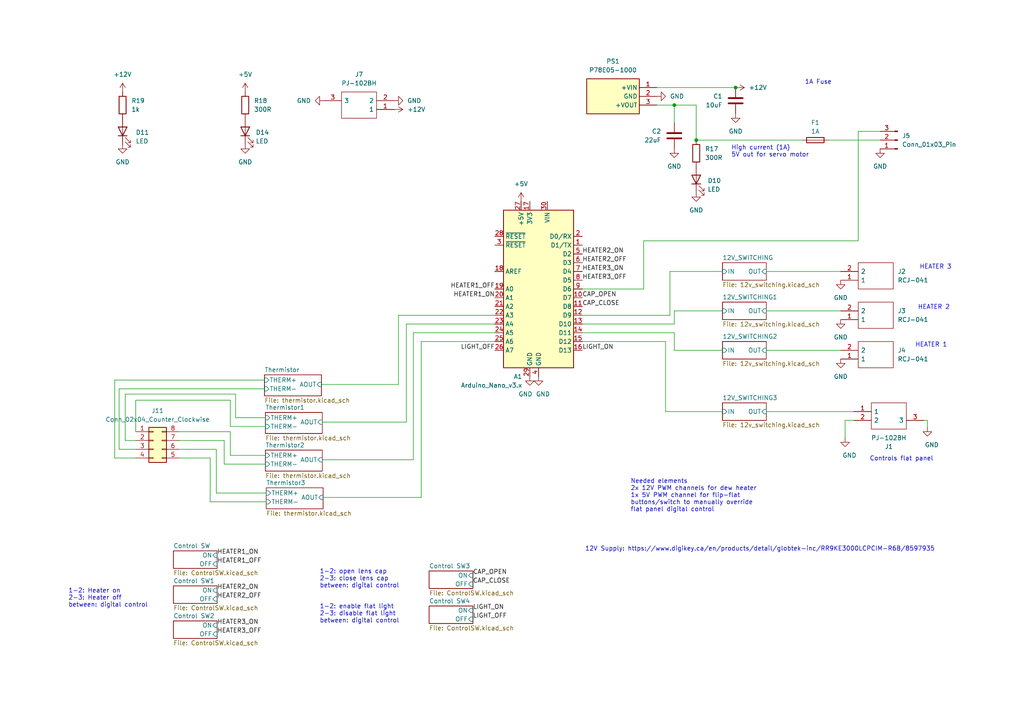
<source format=kicad_sch>
(kicad_sch (version 20230121) (generator eeschema)
  (paper "A4")
  (lib_symbols
    (symbol "Connector:Conn_01x03_Pin" (pin_names (offset 1.016) hide)
      (property "Reference" "J" (at 0 5.08 0))
      (property "Value" "Conn_01x03_Pin" (at 0 -5.08 0))
      (symbol "Conn_01x03_Pin_1_1"
        (polyline (pts (xy 1.27 -2.54) (xy 0.8636 -2.54)) (stroke (width 0.1524)))
        (polyline (pts (xy 1.27 0) (xy 0.8636 0)) (stroke (width 0.1524)))
        (polyline (pts (xy 1.27 2.54) (xy 0.8636 2.54)) (stroke (width 0.1524)))
        (rectangle (start 0.8636 -2.413) (end 0 -2.667) (stroke (width 0.1524)) (fill (type outline)))
        (rectangle (start 0.8636 0.127) (end 0 -0.127) (stroke (width 0.1524)) (fill (type outline)))
        (rectangle (start 0.8636 2.667) (end 0 2.413) (stroke (width 0.1524)) (fill (type outline)))
        (pin passive line (at 5.08 2.54 180) (length 3.81) (name "Pin_1") (number "1"))
        (pin passive line (at 5.08 0 180) (length 3.81) (name "Pin_2") (number "2"))
        (pin passive line (at 5.08 -2.54 180) (length 3.81) (name "Pin_3") (number "3"))
      )
    )
    (symbol "Connector_Generic:Conn_02x04_Counter_Clockwise" (pin_names (offset 1.016) hide)
      (property "Reference" "J" (at 1.27 5.08 0))
      (property "Value" "Conn_02x04_Counter_Clockwise" (at 1.27 -7.62 0))
      (symbol "Conn_02x04_Counter_Clockwise_1_1"
        (rectangle (start -1.27 -4.953) (end 0 -5.207) (stroke (width 0.1524)))
        (rectangle (start -1.27 -2.413) (end 0 -2.667) (stroke (width 0.1524)))
        (rectangle (start -1.27 0.127) (end 0 -0.127) (stroke (width 0.1524)))
        (rectangle (start -1.27 2.667) (end 0 2.413) (stroke (width 0.1524)))
        (rectangle (start -1.27 3.81) (end 3.81 -6.35) (stroke (width 0.254)) (fill (type background)))
        (rectangle (start 3.81 -4.953) (end 2.54 -5.207) (stroke (width 0.1524)))
        (rectangle (start 3.81 -2.413) (end 2.54 -2.667) (stroke (width 0.1524)))
        (rectangle (start 3.81 0.127) (end 2.54 -0.127) (stroke (width 0.1524)))
        (rectangle (start 3.81 2.667) (end 2.54 2.413) (stroke (width 0.1524)))
        (pin passive line (at -5.08 2.54 0) (length 3.81) (name "Pin_1") (number "1"))
        (pin passive line (at -5.08 0 0) (length 3.81) (name "Pin_2") (number "2"))
        (pin passive line (at -5.08 -2.54 0) (length 3.81) (name "Pin_3") (number "3"))
        (pin passive line (at -5.08 -5.08 0) (length 3.81) (name "Pin_4") (number "4"))
        (pin passive line (at 7.62 -5.08 180) (length 3.81) (name "Pin_5") (number "5"))
        (pin passive line (at 7.62 -2.54 180) (length 3.81) (name "Pin_6") (number "6"))
        (pin passive line (at 7.62 0 180) (length 3.81) (name "Pin_7") (number "7"))
        (pin passive line (at 7.62 2.54 180) (length 3.81) (name "Pin_8") (number "8"))
      )
    )
    (symbol "Device:C" (pin_numbers hide) (pin_names (offset 0.254))
      (property "Reference" "C" (at 0.635 2.54 0))
      (property "Value" "C" (at 0.635 -2.54 0))
      (symbol "C_0_1"
        (polyline (pts (xy -2.032 -0.762) (xy 2.032 -0.762)) (stroke (width 0.508)))
        (polyline (pts (xy -2.032 0.762) (xy 2.032 0.762)) (stroke (width 0.508)))
      )
      (symbol "C_1_1"
        (pin passive line (at 0 3.81 270) (length 2.794) (name "~") (number "1"))
        (pin passive line (at 0 -3.81 90) (length 2.794) (name "~") (number "2"))
      )
    )
    (symbol "Device:Fuse" (pin_numbers hide) (pin_names (offset 0))
      (property "Reference" "F" (at 2.032 0 90))
      (property "Value" "Fuse" (at -1.905 0 90))
      (symbol "Fuse_0_1"
        (rectangle (start -0.762 -2.54) (end 0.762 2.54) (stroke (width 0.254)))
        (polyline (pts (xy 0 2.54) (xy 0 -2.54)))
      )
      (symbol "Fuse_1_1"
        (pin passive line (at 0 3.81 270) (length 1.27) (name "~") (number "1"))
        (pin passive line (at 0 -3.81 90) (length 1.27) (name "~") (number "2"))
      )
    )
    (symbol "Device:LED" (pin_numbers hide) (pin_names (offset 1.016) hide)
      (property "Reference" "D" (at 0 2.54 0))
      (property "Value" "LED" (at 0 -2.54 0))
      (symbol "LED_0_1"
        (polyline (pts (xy -1.27 -1.27) (xy -1.27 1.27)) (stroke (width 0.254)))
        (polyline (pts (xy -1.27 0) (xy 1.27 0)))
        (polyline (pts (xy 1.27 -1.27) (xy 1.27 1.27) (xy -1.27 0) (xy 1.27 -1.27)) (stroke (width 0.254)))
        (polyline (pts (xy -3.048 -0.762) (xy -4.572 -2.286) (xy -3.81 -2.286) (xy -4.572 -2.286) (xy -4.572 -1.524)))
        (polyline (pts (xy -1.778 -0.762) (xy -3.302 -2.286) (xy -2.54 -2.286) (xy -3.302 -2.286) (xy -3.302 -1.524)))
      )
      (symbol "LED_1_1"
        (pin passive line (at -3.81 0 0) (length 2.54) (name "K") (number "1"))
        (pin passive line (at 3.81 0 180) (length 2.54) (name "A") (number "2"))
      )
    )
    (symbol "Device:R" (pin_numbers hide) (pin_names (offset 0))
      (property "Reference" "R" (at 2.032 0 90))
      (property "Value" "R" (at 0 0 90))
      (symbol "R_0_1"
        (rectangle (start -1.016 -2.54) (end 1.016 2.54) (stroke (width 0.254)))
      )
      (symbol "R_1_1"
        (pin passive line (at 0 3.81 270) (length 1.27) (name "~") (number "1"))
        (pin passive line (at 0 -3.81 90) (length 1.27) (name "~") (number "2"))
      )
    )
    (symbol "MCU_Module:Arduino_Nano_v3.x"
      (property "Reference" "A" (at -10.16 23.495 0))
      (property "Value" "Arduino_Nano_v3.x" (at 5.08 -24.13 0))
      (symbol "Arduino_Nano_v3.x_0_1"
        (rectangle (start -10.16 22.86) (end 10.16 -22.86) (stroke (width 0.254)) (fill (type background)))
      )
      (symbol "Arduino_Nano_v3.x_1_1"
        (pin bidirectional line (at -12.7 12.7 0) (length 2.54) (name "D1/TX") (number "1"))
        (pin bidirectional line (at -12.7 -2.54 0) (length 2.54) (name "D7") (number "10"))
        (pin bidirectional line (at -12.7 -5.08 0) (length 2.54) (name "D8") (number "11"))
        (pin bidirectional line (at -12.7 -7.62 0) (length 2.54) (name "D9") (number "12"))
        (pin bidirectional line (at -12.7 -10.16 0) (length 2.54) (name "D10") (number "13"))
        (pin bidirectional line (at -12.7 -12.7 0) (length 2.54) (name "D11") (number "14"))
        (pin bidirectional line (at -12.7 -15.24 0) (length 2.54) (name "D12") (number "15"))
        (pin bidirectional line (at -12.7 -17.78 0) (length 2.54) (name "D13") (number "16"))
        (pin power_out line (at 2.54 25.4 270) (length 2.54) (name "3V3") (number "17"))
        (pin input line (at 12.7 5.08 180) (length 2.54) (name "AREF") (number "18"))
        (pin bidirectional line (at 12.7 0 180) (length 2.54) (name "A0") (number "19"))
        (pin bidirectional line (at -12.7 15.24 0) (length 2.54) (name "D0/RX") (number "2"))
        (pin bidirectional line (at 12.7 -2.54 180) (length 2.54) (name "A1") (number "20"))
        (pin bidirectional line (at 12.7 -5.08 180) (length 2.54) (name "A2") (number "21"))
        (pin bidirectional line (at 12.7 -7.62 180) (length 2.54) (name "A3") (number "22"))
        (pin bidirectional line (at 12.7 -10.16 180) (length 2.54) (name "A4") (number "23"))
        (pin bidirectional line (at 12.7 -12.7 180) (length 2.54) (name "A5") (number "24"))
        (pin bidirectional line (at 12.7 -15.24 180) (length 2.54) (name "A6") (number "25"))
        (pin bidirectional line (at 12.7 -17.78 180) (length 2.54) (name "A7") (number "26"))
        (pin power_out line (at 5.08 25.4 270) (length 2.54) (name "+5V") (number "27"))
        (pin input line (at 12.7 15.24 180) (length 2.54) (name "~{RESET}") (number "28"))
        (pin power_in line (at 2.54 -25.4 90) (length 2.54) (name "GND") (number "29"))
        (pin input line (at 12.7 12.7 180) (length 2.54) (name "~{RESET}") (number "3"))
        (pin power_in line (at -2.54 25.4 270) (length 2.54) (name "VIN") (number "30"))
        (pin power_in line (at 0 -25.4 90) (length 2.54) (name "GND") (number "4"))
        (pin bidirectional line (at -12.7 10.16 0) (length 2.54) (name "D2") (number "5"))
        (pin bidirectional line (at -12.7 7.62 0) (length 2.54) (name "D3") (number "6"))
        (pin bidirectional line (at -12.7 5.08 0) (length 2.54) (name "D4") (number "7"))
        (pin bidirectional line (at -12.7 2.54 0) (length 2.54) (name "D5") (number "8"))
        (pin bidirectional line (at -12.7 0 0) (length 2.54) (name "D6") (number "9"))
      )
    )
    (symbol "P78E05-1000:P78E05-1000"
      (property "Reference" "PS" (at 21.59 7.62 0))
      (property "Value" "P78E05-1000" (at 21.59 5.08 0))
      (symbol "P78E05-1000_1_1"
        (rectangle (start 5.08 2.54) (end 20.32 -7.62) (stroke (width 0.254)) (fill (type background)))
        (pin passive line (at 0 0 0) (length 5.08) (name "+VIN") (number "1"))
        (pin passive line (at 0 -2.54 0) (length 5.08) (name "GND") (number "2"))
        (pin passive line (at 0 -5.08 0) (length 5.08) (name "+VOUT") (number "3"))
      )
    )
    (symbol "PJ-102BH:PJ-102BH" (pin_names (offset 0.762))
      (property "Reference" "J" (at 16.51 7.62 0))
      (property "Value" "PJ-102BH" (at 16.51 5.08 0))
      (symbol "PJ-102BH_0_0"
        (pin passive line (at 20.32 -2.54 180) (length 5.08) (name "1") (number "1"))
        (pin passive line (at 20.32 0 180) (length 5.08) (name "2") (number "2"))
        (pin passive line (at 0 0 0) (length 5.08) (name "3") (number "3"))
      )
      (symbol "PJ-102BH_0_1"
        (polyline (pts (xy 5.08 2.54) (xy 15.24 2.54) (xy 15.24 -5.08) (xy 5.08 -5.08) (xy 5.08 2.54)) (stroke (width 0.1524)))
      )
    )
    (symbol "RCJ-041:RCJ-041" (pin_names (offset 0.762))
      (property "Reference" "J" (at 16.51 7.62 0))
      (property "Value" "RCJ-041" (at 16.51 5.08 0))
      (symbol "RCJ-041_0_0"
        (pin passive line (at 0 -2.54 0) (length 5.08) (name "1") (number "1"))
        (pin passive line (at 0 0 0) (length 5.08) (name "2") (number "2"))
      )
      (symbol "RCJ-041_0_1"
        (polyline (pts (xy 5.08 2.54) (xy 15.24 2.54) (xy 15.24 -5.08) (xy 5.08 -5.08) (xy 5.08 2.54)) (stroke (width 0.1524)))
      )
    )
    (symbol "power:+12V" (power) (pin_names (offset 0))
      (property "Value" "+12V" (at 0 3.556 0))
      (symbol "+12V_0_1"
        (polyline (pts (xy -0.762 1.27) (xy 0 2.54)))
        (polyline (pts (xy 0 0) (xy 0 2.54)))
        (polyline (pts (xy 0 2.54) (xy 0.762 1.27)))
      )
      (symbol "+12V_1_1"
        (pin power_in line (at 0 0 90) (length 0) hide (name "+12V") (number "1"))
      )
    )
    (symbol "power:+5V" (power) (pin_names (offset 0))
      (property "Value" "+5V" (at 0 3.556 0))
      (symbol "+5V_0_1"
        (polyline (pts (xy -0.762 1.27) (xy 0 2.54)))
        (polyline (pts (xy 0 0) (xy 0 2.54)))
        (polyline (pts (xy 0 2.54) (xy 0.762 1.27)))
      )
      (symbol "+5V_1_1"
        (pin power_in line (at 0 0 90) (length 0) hide (name "+5V") (number "1"))
      )
    )
    (symbol "power:GND" (power) (pin_names (offset 0))
      (property "Value" "GND" (at 0 -3.81 0))
      (symbol "GND_0_1"
        (polyline (pts (xy 0 0) (xy 0 -1.27) (xy 1.27 -1.27) (xy 0 -2.54) (xy -1.27 -1.27) (xy 0 -1.27)))
      )
      (symbol "GND_1_1"
        (pin power_in line (at 0 0 270) (length 0) hide (name "GND") (number "1"))
      )
    )
  )
  (junction (at 195.58 30.48))
  (junction (at 201.93 40.64))
  (junction (at 213.36 25.4))
  (wire (pts (xy 222.25 101.6) (xy 243.84 101.6)))
  (wire (pts (xy 76.962 134.62) (xy 65.024 134.62)))
  (wire (pts (xy 115.57 111.506) (xy 115.57 91.44)))
  (wire (pts (xy 62.738 130.302) (xy 62.738 143.002)))
  (wire (pts (xy 93.472 122.428) (xy 117.856 122.428)))
  (wire (pts (xy 36.322 114.3) (xy 36.322 127.762)))
  (wire (pts (xy 195.58 30.48) (xy 195.58 35.56)))
  (wire (pts (xy 122.174 99.06) (xy 143.51 99.06)))
  (wire (pts (xy 60.96 132.842) (xy 52.07 132.842)))
  (wire (pts (xy 168.91 83.82) (xy 186.69 83.82)))
  (wire (pts (xy 194.31 91.44) (xy 194.31 78.74)))
  (wire (pts (xy 245.11 127) (xy 245.11 121.92)))
  (wire (pts (xy 34.544 130.302) (xy 39.37 130.302)))
  (wire (pts (xy 36.322 127.762) (xy 39.37 127.762)))
  (wire (pts (xy 68.326 114.3) (xy 36.322 114.3)))
  (wire (pts (xy 117.856 122.428) (xy 117.856 93.98)))
  (wire (pts (xy 209.55 101.6) (xy 195.58 101.6)))
  (wire (pts (xy 201.93 30.48) (xy 201.93 40.64)))
  (wire (pts (xy 222.25 78.74) (xy 243.84 78.74)))
  (wire (pts (xy 195.58 96.52) (xy 168.91 96.52)))
  (wire (pts (xy 34.544 112.776) (xy 34.544 130.302)))
  (wire (pts (xy 168.91 93.98) (xy 195.58 93.98)))
  (wire (pts (xy 66.802 132.08) (xy 76.962 132.08)))
  (wire (pts (xy 119.888 96.52) (xy 143.51 96.52)))
  (wire (pts (xy 245.11 121.92) (xy 247.65 121.92)))
  (wire (pts (xy 122.174 144.272) (xy 122.174 99.06)))
  (wire (pts (xy 268.986 121.92) (xy 268.986 123.952)))
  (wire (pts (xy 248.92 38.1) (xy 248.92 69.85)))
  (wire (pts (xy 119.888 133.35) (xy 119.888 96.52)))
  (wire (pts (xy 248.92 38.1) (xy 255.27 38.1)))
  (wire (pts (xy 117.856 93.98) (xy 143.51 93.98)))
  (wire (pts (xy 68.326 121.158) (xy 68.326 114.3)))
  (wire (pts (xy 195.58 90.17) (xy 209.55 90.17)))
  (wire (pts (xy 93.726 144.272) (xy 122.174 144.272)))
  (wire (pts (xy 52.07 130.302) (xy 62.738 130.302)))
  (wire (pts (xy 60.96 145.542) (xy 60.96 132.842)))
  (wire (pts (xy 243.84 90.17) (xy 222.25 90.17)))
  (wire (pts (xy 201.93 40.64) (xy 232.664 40.64)))
  (wire (pts (xy 190.5 25.4) (xy 213.36 25.4)))
  (wire (pts (xy 115.57 91.44) (xy 143.51 91.44)))
  (wire (pts (xy 66.802 116.078) (xy 39.37 116.078)))
  (wire (pts (xy 39.37 116.078) (xy 39.37 125.222)))
  (wire (pts (xy 193.04 99.06) (xy 193.04 119.38)))
  (wire (pts (xy 33.274 132.842) (xy 39.37 132.842)))
  (wire (pts (xy 33.274 110.236) (xy 33.274 132.842)))
  (wire (pts (xy 186.69 83.82) (xy 186.69 69.85)))
  (wire (pts (xy 267.97 121.92) (xy 268.986 121.92)))
  (wire (pts (xy 193.04 119.38) (xy 209.55 119.38)))
  (wire (pts (xy 195.58 93.98) (xy 195.58 90.17)))
  (wire (pts (xy 194.31 78.74) (xy 209.55 78.74)))
  (wire (pts (xy 66.802 123.698) (xy 66.802 116.078)))
  (wire (pts (xy 222.25 119.38) (xy 247.65 119.38)))
  (wire (pts (xy 93.472 133.35) (xy 119.888 133.35)))
  (wire (pts (xy 76.962 121.158) (xy 68.326 121.158)))
  (wire (pts (xy 186.69 69.85) (xy 248.92 69.85)))
  (wire (pts (xy 52.07 125.222) (xy 66.802 125.222)))
  (wire (pts (xy 76.708 110.236) (xy 33.274 110.236)))
  (wire (pts (xy 66.802 125.222) (xy 66.802 132.08)))
  (wire (pts (xy 168.91 99.06) (xy 193.04 99.06)))
  (wire (pts (xy 93.218 111.506) (xy 115.57 111.506)))
  (wire (pts (xy 168.91 91.44) (xy 194.31 91.44)))
  (wire (pts (xy 76.708 112.776) (xy 34.544 112.776)))
  (wire (pts (xy 65.024 134.62) (xy 65.024 127.762)))
  (wire (pts (xy 65.024 127.762) (xy 52.07 127.762)))
  (wire (pts (xy 240.284 40.64) (xy 255.27 40.64)))
  (wire (pts (xy 62.738 143.002) (xy 77.216 143.002)))
  (wire (pts (xy 190.5 30.48) (xy 195.58 30.48)))
  (wire (pts (xy 195.58 101.6) (xy 195.58 96.52)))
  (wire (pts (xy 76.962 123.698) (xy 66.802 123.698)))
  (wire (pts (xy 77.216 145.542) (xy 60.96 145.542)))
  (wire (pts (xy 195.58 30.48) (xy 201.93 30.48)))
  (text "1-2: enable flat light\n2-3: disable flat light\nbetween: digital control" (at 92.71 180.848 0) (effects (font (size 1.27 1.27)) (justify left bottom)))
  (text "HEATER 1" (at 265.43 100.838 0) (effects (font (size 1.27 1.27)) (justify left bottom)))
  (text "1-2: Heater on\n2-3: Heater off\nbetween: digital control" (at 19.812 176.276 0) (effects (font (size 1.27 1.27)) (justify left bottom)))
  (text "High current (1A)\n5V out for servo motor" (at 212.09 45.72 0) (effects (font (size 1.27 1.27)) (justify left bottom)))
  (text "Controls flat panel" (at 252.222 133.858 0) (effects (font (size 1.27 1.27)) (justify left bottom)))
  (text "Needed elements\n2x 12V PWM channels for dew heater\n1x 5V PWM channel for flip-flat\nbuttons/switch to manually override\nflat panel digital control" (at 182.88 148.59 0) (effects (font (size 1.27 1.27)) (justify left bottom)))
  (text "1-2: open lens cap\n2-3: close lens cap\nbetween: digital control" (at 92.71 170.688 0) (effects (font (size 1.27 1.27)) (justify left bottom)))
  (text "1A Fuse\n" (at 233.426 24.638 0) (effects (font (size 1.27 1.27)) (justify left bottom)))
  (text "HEATER 3" (at 266.7 78.232 0) (effects (font (size 1.27 1.27)) (justify left bottom)))
  (text "HEATER 2" (at 266.192 89.916 0) (effects (font (size 1.27 1.27)) (justify left bottom)))
  (text "12V Supply: https://www.digikey.ca/en/products/detail/globtek-inc/RR9KE3000LCPCIM-R6B/8597935" (at 169.672 160.02 0) (effects (font (size 1.27 1.27)) (justify left bottom)))
  (label "CAP_CLOSE" (at 168.91 88.9 0))
  (label "HEATER2_OFF" (at 62.992 173.736 0))
  (label "LIGHT_OFF" (at 143.51 101.6 180))
  (label "HEATER3_OFF" (at 168.91 81.28 0))
  (label "HEATER3_ON" (at 168.91 78.74 0))
  (label "HEATER2_OFF" (at 168.91 76.2 0))
  (label "HEATER1_ON" (at 62.992 161.036 0))
  (label "CAP_OPEN" (at 137.16 166.878 0))
  (label "HEATER3_OFF" (at 62.992 183.896 0))
  (label "HEATER1_ON" (at 143.51 86.36 180))
  (label "CAP_CLOSE" (at 137.16 169.418 0))
  (label "LIGHT_ON" (at 137.16 177.038 0))
  (label "LIGHT_ON" (at 168.91 101.6 0))
  (label "LIGHT_OFF" (at 137.16 179.578 0))
  (label "HEATER1_OFF" (at 62.992 163.576 0))
  (label "HEATER2_ON" (at 62.992 171.196 0))
  (label "HEATER1_OFF" (at 143.51 83.82 180))
  (label "HEATER3_ON" (at 62.992 181.356 0))
  (label "HEATER2_ON" (at 168.91 73.66 0))
  (label "CAP_OPEN" (at 168.91 86.36 0))
  (symbol (lib_id "power:GND") (at 245.11 127 0) (unit 1)
    (property "Reference" "#PWR026" (effects hide))
    (property "Value" "GND" (at 246.38 132.08 0))
  )
  (symbol (lib_id "Device:LED") (at 71.12 38.1 90) (unit 1)
    (property "Reference" "D14" (at 74.168 38.4175 90) (effects (justify right)))
    (property "Value" "LED" (at 74.168 40.9575 90) (effects (justify right)))
    (property "Footprint" "LED_THT:LED_D3.0mm" (effects hide))
  )
  (symbol (lib_id "power:+5V") (at 151.13 58.42 0) (unit 1)
    (property "Reference" "#PWR027" (effects hide))
    (property "Value" "+5V" (at 151.13 53.34 0))
  )
  (symbol (lib_id "power:GND") (at 255.27 43.18 0) (unit 1)
    (property "Reference" "#PWR016" (effects hide))
    (property "Value" "GND" (at 255.27 48.26 0))
  )
  (symbol (lib_id "power:+12V") (at 213.36 25.4 270) (unit 1)
    (property "Reference" "#PWR017" (effects hide))
    (property "Value" "+12V" (at 217.17 25.4 90) (effects (justify left)))
  )
  (symbol (lib_id "Device:C") (at 195.58 39.37 0) (mirror y) (unit 1)
    (property "Reference" "C2" (at 191.77 38.1 0) (effects (justify left)))
    (property "Value" "22uF" (at 191.77 40.64 0) (effects (justify left)))
    (property "Footprint" "Capacitor_SMD:C_0805_2012Metric_Pad1.18x1.45mm_HandSolder" (effects hide))
  )
  (symbol (lib_id "power:GND") (at 195.58 43.18 0) (mirror y) (unit 1)
    (property "Reference" "#PWR019" (effects hide))
    (property "Value" "GND" (at 195.58 48.26 0))
  )
  (symbol (lib_id "RCJ-041:RCJ-041") (at 243.84 90.17 0) (unit 1)
    (property "Reference" "J3" (at 260.35 90.17 0) (effects (justify left)))
    (property "Value" "RCJ-041" (at 260.35 92.71 0) (effects (justify left)))
    (property "Footprint" "RCJ-041:RCJ041" (effects hide))
    (property "Datasheet" "https://www.cuidevices.com/product/resource/digikeypdf/rcj-04x.pdf" (effects hide))
    (property "Description" "RCA Phono Connectors RCA Connectors" (effects hide))
    (property "Height" "13" (effects hide))
    (property "Manufacturer_Name" "CUI Devices" (effects hide))
    (property "Manufacturer_Part_Number" "RCJ-041" (effects hide))
    (property "Mouser Part Number" "490-RCJ-041" (effects hide))
    (property "Mouser Price/Stock" "https://www.mouser.co.uk/ProductDetail/CUI-Devices/RCJ-041?qs=WyjlAZoYn52BTmz2mkbjnQ%3D%3D" (effects hide))
    (property "Arrow Part Number" "RCJ-041" (effects hide))
    (property "Arrow Price/Stock" "https://www.arrow.com/en/products/rcj-041/cui-devices?region=nac" (effects hide))
  )
  (symbol (lib_id "MCU_Module:Arduino_Nano_v3.x") (at 156.21 83.82 0) (mirror y) (unit 1)
    (property "Reference" "A1" (at 151.4759 109.22 0) (effects (justify left)))
    (property "Value" "Arduino_Nano_v3.x" (at 151.4759 111.76 0) (effects (justify left)))
    (property "Footprint" "Module:Arduino_Nano" (effects hide))
    (property "Datasheet" "http://www.mouser.com/pdfdocs/Gravitech_Arduino_Nano3_0.pdf" (effects hide))
  )
  (symbol (lib_id "Connector_Generic:Conn_02x04_Counter_Clockwise") (at 44.45 127.762 0) (unit 1)
    (property "Reference" "J11" (at 45.72 119.126 0))
    (property "Value" "Conn_02x04_Counter_Clockwise" (at 45.72 121.666 0))
    (property "Footprint" "Connector_PinHeader_2.54mm:PinHeader_2x04_P2.54mm_Horizontal" (effects hide))
  )
  (symbol (lib_id "Device:R") (at 35.56 30.48 0) (unit 1)
    (property "Reference" "R19" (at 38.1 29.21 0) (effects (justify left)))
    (property "Value" "1k" (at 38.1 31.75 0) (effects (justify left)))
    (property "Footprint" "Resistor_SMD:R_0805_2012Metric_Pad1.20x1.40mm_HandSolder" (effects hide))
  )
  (symbol (lib_id "Connector:Conn_01x03_Pin") (at 260.35 40.64 180) (unit 1)
    (property "Reference" "J5" (at 261.62 39.37 0) (effects (justify right)))
    (property "Value" "Conn_01x03_Pin" (at 261.62 41.91 0) (effects (justify right)))
    (property "Footprint" "Connector_PinHeader_2.54mm:PinHeader_1x03_P2.54mm_Horizontal" (effects hide))
  )
  (symbol (lib_id "Device:LED") (at 201.93 52.07 90) (unit 1)
    (property "Reference" "D10" (at 205.232 52.3875 90) (effects (justify right)))
    (property "Value" "LED" (at 205.232 54.9275 90) (effects (justify right)))
    (property "Footprint" "LED_THT:LED_D3.0mm" (effects hide))
  )
  (symbol (lib_id "power:+5V") (at 71.12 26.67 0) (unit 1)
    (property "Reference" "#PWR048" (effects hide))
    (property "Value" "+5V" (at 71.12 21.59 0))
  )
  (symbol (lib_id "power:GND") (at 190.5 27.94 90) (mirror x) (unit 1)
    (property "Reference" "#PWR020" (effects hide))
    (property "Value" "GND" (at 194.31 27.94 90) (effects (justify right)))
  )
  (symbol (lib_id "Device:LED") (at 35.56 38.1 90) (unit 1)
    (property "Reference" "D11" (at 39.37 38.4175 90) (effects (justify right)))
    (property "Value" "LED" (at 39.37 40.9575 90) (effects (justify right)))
    (property "Footprint" "LED_THT:LED_D3.0mm" (effects hide))
  )
  (symbol (lib_id "Device:C") (at 213.36 29.21 0) (mirror y) (unit 1)
    (property "Reference" "C1" (at 209.55 27.94 0) (effects (justify left)))
    (property "Value" "10uF" (at 209.55 30.48 0) (effects (justify left)))
    (property "Footprint" "Capacitor_SMD:C_0805_2012Metric_Pad1.18x1.45mm_HandSolder" (effects hide))
  )
  (symbol (lib_id "power:GND") (at 201.93 55.88 0) (unit 1)
    (property "Reference" "#PWR046" (effects hide))
    (property "Value" "GND" (at 201.93 60.96 0))
  )
  (symbol (lib_id "power:GND") (at 268.986 123.952 0) (unit 1)
    (property "Reference" "#PWR066" (effects hide))
    (property "Value" "GND" (at 270.256 129.032 0))
  )
  (symbol (lib_id "power:GND") (at 153.67 109.22 0) (unit 1)
    (property "Reference" "#PWR022" (effects hide))
    (property "Value" "GND" (at 152.4 114.3 0))
  )
  (symbol (lib_id "PJ-102BH:PJ-102BH") (at 93.98 29.21 0) (unit 1)
    (property "Reference" "J7" (at 104.14 21.59 0))
    (property "Value" "PJ-102BH" (at 104.14 24.13 0))
    (property "Footprint" "PJ-102BH:PJ-102AH" (effects hide))
    (property "Datasheet" "https://componentsearchengine.com/Datasheets/1/PJ-102BH.pdf" (effects hide))
    (property "Description" "DC Power Connectors Power Jacks" (effects hide))
    (property "Manufacturer_Name" "CUI Devices" (effects hide))
    (property "Manufacturer_Part_Number" "PJ-102BH" (effects hide))
    (property "Mouser Part Number" "490-PJ-102BH" (effects hide))
    (property "Mouser Price/Stock" "https://www.mouser.co.uk/ProductDetail/CUI-Devices/PJ-102BH?qs=WyjlAZoYn51LQvDYqCqBtA%3D%3D" (effects hide))
    (property "Arrow Part Number" "PJ-102BH" (effects hide))
    (property "Arrow Price/Stock" "https://www.arrow.com/en/products/pj-102bh/cui-devices?region=nac" (effects hide))
  )
  (symbol (lib_id "P78E05-1000:P78E05-1000") (at 190.5 25.4 0) (mirror y) (unit 1)
    (property "Reference" "PS1" (at 177.8 17.78 0))
    (property "Value" "P78E05-1000" (at 177.8 20.32 0))
    (property "Footprint" "P78E05-1000:P78E051000" (effects hide))
    (property "Datasheet" "https://www.cui.com/product/resource/p78e-1000.pdf" (effects hide))
    (property "Height" "10" (effects hide))
    (property "Manufacturer_Name" "CUI Inc." (effects hide))
    (property "Manufacturer_Part_Number" "P78E05-1000" (effects hide))
    (property "Mouser Part Number" "490-P78E05-1000" (effects hide))
    (property "Mouser Price/Stock" "https://www.mouser.co.uk/ProductDetail/CUI-Inc/P78E05-1000?qs=qSfuJ%252Bfl%2Fd5TjVuYPuGfGA%3D%3D" (effects hide))
    (property "Arrow Part Number" "P78E05-1000" (effects hide))
    (property "Arrow Price/Stock" "https://www.arrow.com/en/products/p78e05-1000/cui-inc?region=nac" (effects hide))
  )
  (symbol (lib_id "power:GND") (at 243.84 92.71 0) (unit 1)
    (property "Reference" "#PWR014" (effects hide))
    (property "Value" "GND" (at 243.84 97.79 0))
  )
  (symbol (lib_id "PJ-102BH:PJ-102BH") (at 267.97 121.92 180) (unit 1)
    (property "Reference" "J1" (at 257.81 129.54 0))
    (property "Value" "PJ-102BH" (at 257.81 127 0))
    (property "Footprint" "PJ-102BH:PJ-102AH" (effects hide))
    (property "Datasheet" "https://componentsearchengine.com/Datasheets/1/PJ-102BH.pdf" (effects hide))
    (property "Description" "DC Power Connectors Power Jacks" (effects hide))
    (property "Manufacturer_Name" "CUI Devices" (effects hide))
    (property "Manufacturer_Part_Number" "PJ-102BH" (effects hide))
    (property "Mouser Part Number" "490-PJ-102BH" (effects hide))
    (property "Mouser Price/Stock" "https://www.mouser.co.uk/ProductDetail/CUI-Devices/PJ-102BH?qs=WyjlAZoYn51LQvDYqCqBtA%3D%3D" (effects hide))
    (property "Arrow Part Number" "PJ-102BH" (effects hide))
    (property "Arrow Price/Stock" "https://www.arrow.com/en/products/pj-102bh/cui-devices?region=nac" (effects hide))
  )
  (symbol (lib_id "power:GND") (at 93.98 29.21 270) (unit 1)
    (property "Reference" "#PWR03" (effects hide))
    (property "Value" "GND" (at 90.17 29.21 90) (effects (justify right)))
  )
  (symbol (lib_id "RCJ-041:RCJ-041") (at 243.84 78.74 0) (unit 1)
    (property "Reference" "J2" (at 260.35 78.74 0) (effects (justify left)))
    (property "Value" "RCJ-041" (at 260.35 81.28 0) (effects (justify left)))
    (property "Footprint" "RCJ-041:RCJ041" (effects hide))
    (property "Datasheet" "https://www.cuidevices.com/product/resource/digikeypdf/rcj-04x.pdf" (effects hide))
    (property "Description" "RCA Phono Connectors RCA Connectors" (effects hide))
    (property "Height" "13" (effects hide))
    (property "Manufacturer_Name" "CUI Devices" (effects hide))
    (property "Manufacturer_Part_Number" "RCJ-041" (effects hide))
    (property "Mouser Part Number" "490-RCJ-041" (effects hide))
    (property "Mouser Price/Stock" "https://www.mouser.co.uk/ProductDetail/CUI-Devices/RCJ-041?qs=WyjlAZoYn52BTmz2mkbjnQ%3D%3D" (effects hide))
    (property "Arrow Part Number" "RCJ-041" (effects hide))
    (property "Arrow Price/Stock" "https://www.arrow.com/en/products/rcj-041/cui-devices?region=nac" (effects hide))
  )
  (symbol (lib_id "power:+12V") (at 114.3 31.75 270) (unit 1)
    (property "Reference" "#PWR01" (effects hide))
    (property "Value" "+12V" (at 118.11 31.75 90) (effects (justify left)))
  )
  (symbol (lib_id "power:GND") (at 71.12 41.91 0) (unit 1)
    (property "Reference" "#PWR047" (effects hide))
    (property "Value" "GND" (at 71.12 46.99 0))
  )
  (symbol (lib_id "power:GND") (at 213.36 33.02 0) (mirror y) (unit 1)
    (property "Reference" "#PWR018" (effects hide))
    (property "Value" "GND" (at 213.36 38.1 0))
  )
  (symbol (lib_id "power:GND") (at 243.84 104.14 0) (unit 1)
    (property "Reference" "#PWR015" (effects hide))
    (property "Value" "GND" (at 243.84 109.22 0))
  )
  (symbol (lib_id "power:GND") (at 243.84 81.28 0) (unit 1)
    (property "Reference" "#PWR013" (effects hide))
    (property "Value" "GND" (at 243.84 86.36 0))
  )
  (symbol (lib_id "Device:R") (at 71.12 30.48 0) (unit 1)
    (property "Reference" "R18" (at 73.66 29.21 0) (effects (justify left)))
    (property "Value" "300R" (at 73.66 31.75 0) (effects (justify left)))
    (property "Footprint" "Resistor_SMD:R_0805_2012Metric_Pad1.20x1.40mm_HandSolder" (effects hide))
  )
  (symbol (lib_id "power:GND") (at 35.56 41.91 0) (unit 1)
    (property "Reference" "#PWR050" (effects hide))
    (property "Value" "GND" (at 35.56 46.99 0))
  )
  (symbol (lib_id "power:GND") (at 156.21 109.22 0) (unit 1)
    (property "Reference" "#PWR021" (effects hide))
    (property "Value" "GND" (at 157.48 114.3 0))
  )
  (symbol (lib_id "RCJ-041:RCJ-041") (at 243.84 101.6 0) (unit 1)
    (property "Reference" "J4" (at 260.35 101.6 0) (effects (justify left)))
    (property "Value" "RCJ-041" (at 260.35 104.14 0) (effects (justify left)))
    (property "Footprint" "RCJ-041:RCJ041" (effects hide))
    (property "Datasheet" "https://www.cuidevices.com/product/resource/digikeypdf/rcj-04x.pdf" (effects hide))
    (property "Description" "RCA Phono Connectors RCA Connectors" (effects hide))
    (property "Height" "13" (effects hide))
    (property "Manufacturer_Name" "CUI Devices" (effects hide))
    (property "Manufacturer_Part_Number" "RCJ-041" (effects hide))
    (property "Mouser Part Number" "490-RCJ-041" (effects hide))
    (property "Mouser Price/Stock" "https://www.mouser.co.uk/ProductDetail/CUI-Devices/RCJ-041?qs=WyjlAZoYn52BTmz2mkbjnQ%3D%3D" (effects hide))
    (property "Arrow Part Number" "RCJ-041" (effects hide))
    (property "Arrow Price/Stock" "https://www.arrow.com/en/products/rcj-041/cui-devices?region=nac" (effects hide))
  )
  (symbol (lib_id "Device:R") (at 201.93 44.45 0) (unit 1)
    (property "Reference" "R17" (at 204.47 43.18 0) (effects (justify left)))
    (property "Value" "300R" (at 204.47 45.72 0) (effects (justify left)))
    (property "Footprint" "Resistor_SMD:R_0805_2012Metric_Pad1.20x1.40mm_HandSolder" (effects hide))
  )
  (symbol (lib_id "power:+12V") (at 35.56 26.67 0) (unit 1)
    (property "Reference" "#PWR049" (effects hide))
    (property "Value" "+12V" (at 35.56 21.59 0))
  )
  (symbol (lib_id "Device:Fuse") (at 236.474 40.64 90) (unit 1)
    (property "Reference" "F1" (at 236.474 35.56 90))
    (property "Value" "1A" (at 236.474 38.1 90))
    (property "Footprint" "Fuse:Fuse_0805_2012Metric_Pad1.15x1.40mm_HandSolder" (effects hide))
  )
  (symbol (lib_id "power:GND") (at 114.3 29.21 90) (unit 1)
    (property "Reference" "#PWR02" (effects hide))
    (property "Value" "GND" (at 118.11 29.21 90) (effects (justify right)))
  )
  (sheet (at 209.55 99.06) (size 12.7 5.08) (stroke (width 0.1524))
    (property "Sheetname" "12V_SWITCHING2" (at 209.55 98.3484 0) (effects (justify left bottom)))
    (property "Sheetfile" "12v_switching.kicad_sch" (at 209.55 104.7246 0) (effects (justify left top)))
    (pin "IN" input (at 209.55 101.6 180))
    (pin "OUT" input (at 222.25 101.6 0))
  )
  (sheet (at 124.46 175.768) (size 12.7 5.08) (stroke (width 0.1524))
    (property "Sheetname" "Control SW4" (at 124.46 175.0564 0) (effects (justify left bottom)))
    (property "Sheetfile" "ControlSW.kicad_sch" (at 124.46 181.4326 0) (effects (justify left top)))
    (pin "ON" input (at 137.16 177.038 0))
    (pin "OFF" input (at 137.16 179.578 0))
  )
  (sheet (at 209.55 87.63) (size 12.7 5.08) (stroke (width 0.1524))
    (property "Sheetname" "12V_SWITCHING1" (at 209.55 86.9184 0) (effects (justify left bottom)))
    (property "Sheetfile" "12v_switching.kicad_sch" (at 209.55 93.2946 0) (effects (justify left top)))
    (pin "IN" input (at 209.55 90.17 180))
    (pin "OUT" input (at 222.25 90.17 0))
  )
  (sheet (at 50.292 180.086) (size 12.7 5.08) (stroke (width 0.1524))
    (property "Sheetname" "Control SW2" (at 50.292 179.3744 0) (effects (justify left bottom)))
    (property "Sheetfile" "ControlSW.kicad_sch" (at 50.292 185.7506 0) (effects (justify left top)))
    (pin "ON" input (at 62.992 181.356 0))
    (pin "OFF" input (at 62.992 183.896 0))
  )
  (sheet (at 76.708 108.712) (size 16.51 6.096) (stroke (width 0.1524))
    (property "Sheetname" "Thermistor" (at 76.708 108.0004 0) (effects (justify left bottom)))
    (property "Sheetfile" "thermistor.kicad_sch" (at 76.708 115.3926 0) (effects (justify left top)))
    (pin "THERM+" input (at 76.708 110.236 180))
    (pin "THERM-" input (at 76.708 112.776 180))
    (pin "AOUT" input (at 93.218 111.506 0))
  )
  (sheet (at 50.292 169.926) (size 12.7 5.08) (stroke (width 0.1524))
    (property "Sheetname" "Control SW1" (at 50.292 169.2144 0) (effects (justify left bottom)))
    (property "Sheetfile" "ControlSW.kicad_sch" (at 50.292 175.5906 0) (effects (justify left top)))
    (pin "ON" input (at 62.992 171.196 0))
    (pin "OFF" input (at 62.992 173.736 0))
  )
  (sheet (at 209.55 76.2) (size 12.7 5.08) (stroke (width 0.1524))
    (property "Sheetname" "12V_SWITCHING" (at 209.55 75.4884 0) (effects (justify left bottom)))
    (property "Sheetfile" "12v_switching.kicad_sch" (at 209.55 81.8646 0) (effects (justify left top)))
    (pin "IN" input (at 209.55 78.74 180))
    (pin "OUT" input (at 222.25 78.74 0))
  )
  (sheet (at 209.55 116.84) (size 12.7 5.08) (stroke (width 0.1524))
    (property "Sheetname" "12V_SWITCHING3" (at 209.55 116.1284 0) (effects (justify left bottom)))
    (property "Sheetfile" "12v_switching.kicad_sch" (at 209.55 122.5046 0) (effects (justify left top)))
    (pin "IN" input (at 209.55 119.38 180))
    (pin "OUT" input (at 222.25 119.38 0))
  )
  (sheet (at 77.216 141.478) (size 16.51 6.096) (stroke (width 0.1524))
    (property "Sheetname" "Thermistor3" (at 77.216 140.7664 0) (effects (justify left bottom)))
    (property "Sheetfile" "thermistor.kicad_sch" (at 77.216 148.1586 0) (effects (justify left top)))
    (pin "THERM+" input (at 77.216 143.002 180))
    (pin "THERM-" input (at 77.216 145.542 180))
    (pin "AOUT" input (at 93.726 144.272 0))
  )
  (sheet (at 76.962 119.634) (size 16.51 6.096) (stroke (width 0.1524))
    (property "Sheetname" "Thermistor1" (at 76.962 118.9224 0) (effects (justify left bottom)))
    (property "Sheetfile" "thermistor.kicad_sch" (at 76.962 126.3146 0) (effects (justify left top)))
    (pin "THERM+" input (at 76.962 121.158 180))
    (pin "THERM-" input (at 76.962 123.698 180))
    (pin "AOUT" input (at 93.472 122.428 0))
  )
  (sheet (at 50.292 159.766) (size 12.7 5.08) (stroke (width 0.1524))
    (property "Sheetname" "Control SW" (at 50.292 159.0544 0) (effects (justify left bottom)))
    (property "Sheetfile" "ControlSW.kicad_sch" (at 50.292 165.4306 0) (effects (justify left top)))
    (pin "ON" input (at 62.992 161.036 0))
    (pin "OFF" input (at 62.992 163.576 0))
  )
  (sheet (at 124.46 165.608) (size 12.7 5.08) (stroke (width 0.1524))
    (property "Sheetname" "Control SW3" (at 124.46 164.8964 0) (effects (justify left bottom)))
    (property "Sheetfile" "ControlSW.kicad_sch" (at 124.46 171.2726 0) (effects (justify left top)))
    (pin "ON" input (at 137.16 166.878 0))
    (pin "OFF" input (at 137.16 169.418 0))
  )
  (sheet (at 76.962 130.556) (size 16.51 6.096) (stroke (width 0.1524))
    (property "Sheetname" "Thermistor2" (at 76.962 129.8444 0) (effects (justify left bottom)))
    (property "Sheetfile" "thermistor.kicad_sch" (at 76.962 137.2366 0) (effects (justify left top)))
    (pin "THERM+" input (at 76.962 132.08 180))
    (pin "THERM-" input (at 76.962 134.62 180))
    (pin "AOUT" input (at 93.472 133.35 0))
  )
)
</source>
